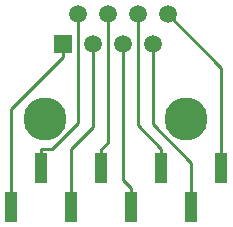
<source format=gbl>
G04 #@! TF.FileFunction,Copper,L2,Bot,Signal*
%FSLAX46Y46*%
G04 Gerber Fmt 4.6, Leading zero omitted, Abs format (unit mm)*
G04 Created by KiCad (PCBNEW 4.0.7-e2-6376~58~ubuntu16.04.1) date Sat Jan 13 09:50:08 2018*
%MOMM*%
%LPD*%
G01*
G04 APERTURE LIST*
%ADD10C,0.100000*%
%ADD11C,3.650000*%
%ADD12R,1.500000X1.500000*%
%ADD13C,1.500000*%
%ADD14R,1.000000X2.510000*%
%ADD15C,0.250000*%
G04 APERTURE END LIST*
D10*
D11*
X158881000Y-111354000D03*
X147011000Y-111354000D03*
D12*
X148501000Y-105004000D03*
D13*
X149771000Y-102464000D03*
X151041000Y-105004000D03*
X152311000Y-102464000D03*
X153581000Y-105004000D03*
X154851000Y-102464000D03*
X156121000Y-105004000D03*
X157391000Y-102464000D03*
D14*
X146685000Y-115435000D03*
X151765000Y-115435000D03*
X156845000Y-115435000D03*
X161925000Y-115435000D03*
X144145000Y-118745000D03*
X149225000Y-118745000D03*
X154305000Y-118745000D03*
X159385000Y-118745000D03*
D15*
X144145000Y-110435300D02*
X148501000Y-106079300D01*
X144145000Y-118745000D02*
X144145000Y-110435300D01*
X148501000Y-105004000D02*
X148501000Y-106079300D01*
X149771000Y-111657600D02*
X149771000Y-102464000D01*
X147573900Y-113854700D02*
X149771000Y-111657600D01*
X146685000Y-113854700D02*
X147573900Y-113854700D01*
X146685000Y-115435000D02*
X146685000Y-113854700D01*
X151041000Y-111995700D02*
X151041000Y-105004000D01*
X149225000Y-113811700D02*
X151041000Y-111995700D01*
X149225000Y-118745000D02*
X149225000Y-113811700D01*
X152311000Y-113308700D02*
X152311000Y-102464000D01*
X151765000Y-113854700D02*
X152311000Y-113308700D01*
X151765000Y-115435000D02*
X151765000Y-113854700D01*
X153581000Y-116440700D02*
X153581000Y-105004000D01*
X154305000Y-117164700D02*
X153581000Y-116440700D01*
X154305000Y-118745000D02*
X154305000Y-117164700D01*
X154851000Y-111860700D02*
X154851000Y-102464000D01*
X156845000Y-113854700D02*
X154851000Y-111860700D01*
X156845000Y-115435000D02*
X156845000Y-113854700D01*
X156121000Y-111771400D02*
X156121000Y-105004000D01*
X159385000Y-115035400D02*
X156121000Y-111771400D01*
X159385000Y-118745000D02*
X159385000Y-115035400D01*
X161925000Y-106998000D02*
X157391000Y-102464000D01*
X161925000Y-115435000D02*
X161925000Y-106998000D01*
M02*

</source>
